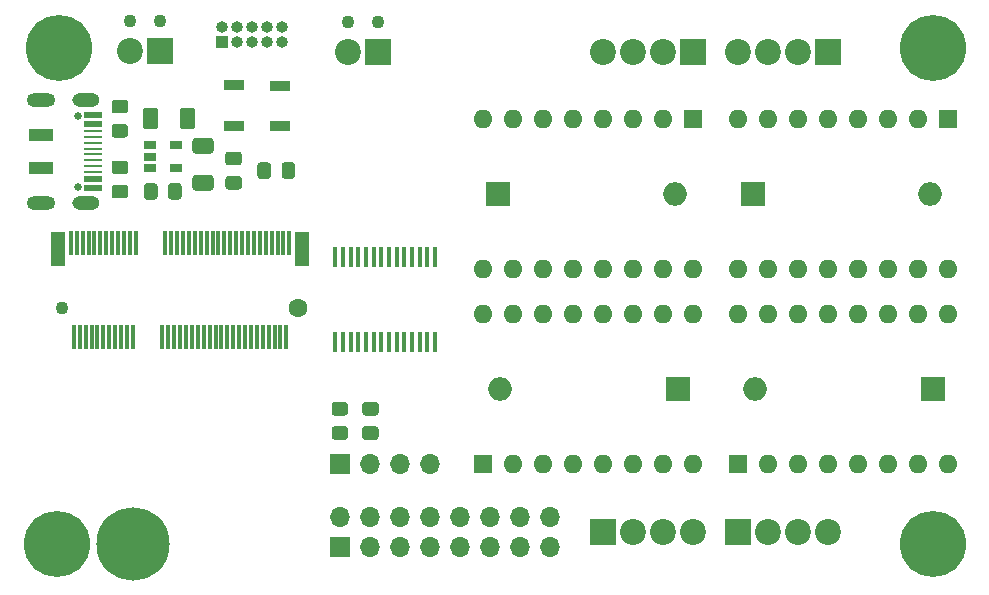
<source format=gbr>
G04 #@! TF.GenerationSoftware,KiCad,Pcbnew,(5.1.8)-1*
G04 #@! TF.CreationDate,2020-12-27T14:08:24+01:00*
G04 #@! TF.ProjectId,mmStep,6d6d5374-6570-42e6-9b69-6361645f7063,rev?*
G04 #@! TF.SameCoordinates,Original*
G04 #@! TF.FileFunction,Soldermask,Top*
G04 #@! TF.FilePolarity,Negative*
%FSLAX46Y46*%
G04 Gerber Fmt 4.6, Leading zero omitted, Abs format (unit mm)*
G04 Created by KiCad (PCBNEW (5.1.8)-1) date 2020-12-27 14:08:24*
%MOMM*%
%LPD*%
G01*
G04 APERTURE LIST*
%ADD10C,6.200000*%
%ADD11R,0.300000X2.000000*%
%ADD12R,1.200000X3.000000*%
%ADD13C,1.600000*%
%ADD14C,1.100000*%
%ADD15O,1.600000X1.600000*%
%ADD16R,1.600000X1.600000*%
%ADD17C,5.600000*%
%ADD18O,2.000000X2.000000*%
%ADD19R,2.000000X2.000000*%
%ADD20O,1.700000X1.700000*%
%ADD21R,1.700000X1.700000*%
%ADD22R,0.450000X1.750000*%
%ADD23C,2.200000*%
%ADD24R,2.200000X2.200000*%
%ADD25O,2.400000X1.200000*%
%ADD26O,2.316000X1.158000*%
%ADD27C,0.630000*%
%ADD28R,2.000000X1.000000*%
%ADD29C,0.600000*%
%ADD30R,1.500000X0.270000*%
%ADD31R,1.500000X0.520000*%
%ADD32R,1.700000X0.900000*%
%ADD33O,1.000000X1.000000*%
%ADD34R,1.000000X1.000000*%
%ADD35R,1.060000X0.650000*%
G04 APERTURE END LIST*
D10*
X9753600Y-45500000D03*
D11*
X8753600Y-27980000D03*
X8253600Y-27980000D03*
X7753600Y-27980000D03*
X7253600Y-27980000D03*
X9003600Y-20030000D03*
X8503600Y-20030000D03*
X8003600Y-20030000D03*
X7503600Y-20030000D03*
D12*
X24103600Y-20500000D03*
X3403600Y-20500000D03*
D11*
X23003600Y-20030000D03*
X22753600Y-27980000D03*
X22253600Y-27980000D03*
X21753600Y-27980000D03*
X21253600Y-27980000D03*
X20753600Y-27980000D03*
X20253600Y-27980000D03*
X19753600Y-27980000D03*
X19253600Y-27980000D03*
X18753600Y-27980000D03*
X18253600Y-27980000D03*
X17753600Y-27980000D03*
X17253600Y-27980000D03*
X16753600Y-27980000D03*
X16253600Y-27980000D03*
X15753600Y-27980000D03*
X15253600Y-27980000D03*
X14753600Y-27980000D03*
X14253600Y-27980000D03*
X13753600Y-27980000D03*
X13253600Y-27980000D03*
X12753600Y-27980000D03*
X12253600Y-27980000D03*
X9753600Y-27980000D03*
X9253600Y-27980000D03*
X6753600Y-27980000D03*
X6253600Y-27980000D03*
X5753600Y-27980000D03*
X5253600Y-27980000D03*
X4753600Y-27980000D03*
X22503600Y-20030000D03*
X22003600Y-20030000D03*
X21503600Y-20030000D03*
X21003600Y-20030000D03*
X20503600Y-20030000D03*
X20003600Y-20030000D03*
X19503600Y-20030000D03*
X19003600Y-20030000D03*
X18503600Y-20030000D03*
X18003600Y-20030000D03*
X17503600Y-20030000D03*
X17003600Y-20030000D03*
X16503600Y-20030000D03*
X16003600Y-20030000D03*
X15503600Y-20030000D03*
X15003600Y-20030000D03*
X14503600Y-20030000D03*
X14003600Y-20030000D03*
X13503600Y-20030000D03*
X13003600Y-20030000D03*
X12503600Y-20030000D03*
X10003600Y-20030000D03*
X9503600Y-20030000D03*
X7003600Y-20030000D03*
X6503600Y-20030000D03*
X6003600Y-20030000D03*
X5503600Y-20030000D03*
X5003600Y-20030000D03*
X4503600Y-20030000D03*
D13*
X23753600Y-25505000D03*
D14*
X3753600Y-25505000D03*
D15*
X57150000Y-22225000D03*
X39370000Y-9525000D03*
X54610000Y-22225000D03*
X41910000Y-9525000D03*
X52070000Y-22225000D03*
X44450000Y-9525000D03*
X49530000Y-22225000D03*
X46990000Y-9525000D03*
X46990000Y-22225000D03*
X49530000Y-9525000D03*
X44450000Y-22225000D03*
X52070000Y-9525000D03*
X41910000Y-22225000D03*
X54610000Y-9525000D03*
X39370000Y-22225000D03*
D16*
X57150000Y-9525000D03*
D15*
X78740000Y-22225000D03*
X60960000Y-9525000D03*
X76200000Y-22225000D03*
X63500000Y-9525000D03*
X73660000Y-22225000D03*
X66040000Y-9525000D03*
X71120000Y-22225000D03*
X68580000Y-9525000D03*
X68580000Y-22225000D03*
X71120000Y-9525000D03*
X66040000Y-22225000D03*
X73660000Y-9525000D03*
X63500000Y-22225000D03*
X76200000Y-9525000D03*
X60960000Y-22225000D03*
D16*
X78740000Y-9525000D03*
D15*
X39370000Y-26035000D03*
X57150000Y-38735000D03*
X41910000Y-26035000D03*
X54610000Y-38735000D03*
X44450000Y-26035000D03*
X52070000Y-38735000D03*
X46990000Y-26035000D03*
X49530000Y-38735000D03*
X49530000Y-26035000D03*
X46990000Y-38735000D03*
X52070000Y-26035000D03*
X44450000Y-38735000D03*
X54610000Y-26035000D03*
X41910000Y-38735000D03*
X57150000Y-26035000D03*
D16*
X39370000Y-38735000D03*
D15*
X60960000Y-26035000D03*
X78740000Y-38735000D03*
X63500000Y-26035000D03*
X76200000Y-38735000D03*
X66040000Y-26035000D03*
X73660000Y-38735000D03*
X68580000Y-26035000D03*
X71120000Y-38735000D03*
X71120000Y-26035000D03*
X68580000Y-38735000D03*
X73660000Y-26035000D03*
X66040000Y-38735000D03*
X76200000Y-26035000D03*
X63500000Y-38735000D03*
X78740000Y-26035000D03*
D16*
X60960000Y-38735000D03*
D17*
X77470000Y-45500000D03*
D18*
X55640000Y-15875000D03*
D19*
X40640000Y-15875000D03*
D18*
X77230000Y-15875000D03*
D19*
X62230000Y-15875000D03*
D18*
X62470000Y-32385000D03*
D19*
X77470000Y-32385000D03*
D18*
X40880000Y-32385000D03*
D19*
X55880000Y-32385000D03*
G36*
G01*
X27729601Y-34611000D02*
X26829599Y-34611000D01*
G75*
G02*
X26579600Y-34361001I0J249999D01*
G01*
X26579600Y-33710999D01*
G75*
G02*
X26829599Y-33461000I249999J0D01*
G01*
X27729601Y-33461000D01*
G75*
G02*
X27979600Y-33710999I0J-249999D01*
G01*
X27979600Y-34361001D01*
G75*
G02*
X27729601Y-34611000I-249999J0D01*
G01*
G37*
G36*
G01*
X27729601Y-36661000D02*
X26829599Y-36661000D01*
G75*
G02*
X26579600Y-36411001I0J249999D01*
G01*
X26579600Y-35760999D01*
G75*
G02*
X26829599Y-35511000I249999J0D01*
G01*
X27729601Y-35511000D01*
G75*
G02*
X27979600Y-35760999I0J-249999D01*
G01*
X27979600Y-36411001D01*
G75*
G02*
X27729601Y-36661000I-249999J0D01*
G01*
G37*
G36*
G01*
X30320401Y-34611000D02*
X29420399Y-34611000D01*
G75*
G02*
X29170400Y-34361001I0J249999D01*
G01*
X29170400Y-33710999D01*
G75*
G02*
X29420399Y-33461000I249999J0D01*
G01*
X30320401Y-33461000D01*
G75*
G02*
X30570400Y-33710999I0J-249999D01*
G01*
X30570400Y-34361001D01*
G75*
G02*
X30320401Y-34611000I-249999J0D01*
G01*
G37*
G36*
G01*
X30320401Y-36661000D02*
X29420399Y-36661000D01*
G75*
G02*
X29170400Y-36411001I0J249999D01*
G01*
X29170400Y-35760999D01*
G75*
G02*
X29420399Y-35511000I249999J0D01*
G01*
X30320401Y-35511000D01*
G75*
G02*
X30570400Y-35760999I0J-249999D01*
G01*
X30570400Y-36411001D01*
G75*
G02*
X30320401Y-36661000I-249999J0D01*
G01*
G37*
D20*
X34925000Y-38735000D03*
X32385000Y-38735000D03*
X29845000Y-38735000D03*
D21*
X27305000Y-38735000D03*
D20*
X45085000Y-43180000D03*
X45085000Y-45720000D03*
X42545000Y-43180000D03*
X42545000Y-45720000D03*
X40005000Y-43180000D03*
X40005000Y-45720000D03*
X37465000Y-43180000D03*
X37465000Y-45720000D03*
X34925000Y-43180000D03*
X34925000Y-45720000D03*
X32385000Y-43180000D03*
X32385000Y-45720000D03*
X29845000Y-43180000D03*
X29845000Y-45720000D03*
X27305000Y-43180000D03*
D21*
X27305000Y-45720000D03*
D22*
X26890000Y-21165000D03*
X27540000Y-21165000D03*
X28190000Y-21165000D03*
X28840000Y-21165000D03*
X29490000Y-21165000D03*
X30140000Y-21165000D03*
X30790000Y-21165000D03*
X31440000Y-21165000D03*
X32090000Y-21165000D03*
X32740000Y-21165000D03*
X33390000Y-21165000D03*
X34040000Y-21165000D03*
X34690000Y-21165000D03*
X35340000Y-21165000D03*
X35340000Y-28365000D03*
X34690000Y-28365000D03*
X34040000Y-28365000D03*
X33390000Y-28365000D03*
X32740000Y-28365000D03*
X32090000Y-28365000D03*
X31440000Y-28365000D03*
X30790000Y-28365000D03*
X30140000Y-28365000D03*
X29490000Y-28365000D03*
X28840000Y-28365000D03*
X28190000Y-28365000D03*
X27540000Y-28365000D03*
X26890000Y-28365000D03*
D14*
X27940000Y-1270000D03*
D23*
X27940000Y-3810000D03*
D14*
X30480000Y-1270000D03*
D24*
X30480000Y-3810000D03*
D23*
X60960000Y-3810000D03*
X63500000Y-3810000D03*
X66040000Y-3810000D03*
D24*
X68580000Y-3810000D03*
D23*
X49530000Y-3810000D03*
X52070000Y-3810000D03*
X54610000Y-3810000D03*
D24*
X57150000Y-3810000D03*
D23*
X57150000Y-44450000D03*
X54610000Y-44450000D03*
X52070000Y-44450000D03*
D24*
X49530000Y-44450000D03*
D23*
X68580000Y-44450000D03*
X66040000Y-44450000D03*
X63500000Y-44450000D03*
D24*
X60960000Y-44450000D03*
D25*
X2000000Y-16570000D03*
X2000000Y-7930000D03*
D26*
X5825000Y-16570000D03*
X5825000Y-7930000D03*
D27*
X5100000Y-9250000D03*
D28*
X2000000Y-13650000D03*
X2000000Y-10850000D03*
D27*
X5100000Y-15250000D03*
D29*
X5100000Y-15250000D03*
D30*
X6400000Y-13500000D03*
X6400000Y-13000000D03*
X6400000Y-12500000D03*
X6400000Y-12000000D03*
X6400000Y-11500000D03*
X6400000Y-11000000D03*
X6400000Y-14000000D03*
X6400000Y-10500000D03*
D31*
X6400000Y-14600000D03*
X6400000Y-9900000D03*
X6400000Y-15350000D03*
X6400000Y-9150000D03*
D17*
X3500000Y-3500000D03*
X77500000Y-3500000D03*
X3302000Y-45500000D03*
G36*
G01*
X17837999Y-14318400D02*
X18738001Y-14318400D01*
G75*
G02*
X18988000Y-14568399I0J-249999D01*
G01*
X18988000Y-15218401D01*
G75*
G02*
X18738001Y-15468400I-249999J0D01*
G01*
X17837999Y-15468400D01*
G75*
G02*
X17588000Y-15218401I0J249999D01*
G01*
X17588000Y-14568399D01*
G75*
G02*
X17837999Y-14318400I249999J0D01*
G01*
G37*
G36*
G01*
X17837999Y-12268400D02*
X18738001Y-12268400D01*
G75*
G02*
X18988000Y-12518399I0J-249999D01*
G01*
X18988000Y-13168401D01*
G75*
G02*
X18738001Y-13418400I-249999J0D01*
G01*
X17837999Y-13418400D01*
G75*
G02*
X17588000Y-13168401I0J249999D01*
G01*
X17588000Y-12518399D01*
G75*
G02*
X17837999Y-12268400I249999J0D01*
G01*
G37*
G36*
G01*
X21444800Y-13418399D02*
X21444800Y-14318401D01*
G75*
G02*
X21194801Y-14568400I-249999J0D01*
G01*
X20544799Y-14568400D01*
G75*
G02*
X20294800Y-14318401I0J249999D01*
G01*
X20294800Y-13418399D01*
G75*
G02*
X20544799Y-13168400I249999J0D01*
G01*
X21194801Y-13168400D01*
G75*
G02*
X21444800Y-13418399I0J-249999D01*
G01*
G37*
G36*
G01*
X23494800Y-13418399D02*
X23494800Y-14318401D01*
G75*
G02*
X23244801Y-14568400I-249999J0D01*
G01*
X22594799Y-14568400D01*
G75*
G02*
X22344800Y-14318401I0J249999D01*
G01*
X22344800Y-13418399D01*
G75*
G02*
X22594799Y-13168400I249999J0D01*
G01*
X23244801Y-13168400D01*
G75*
G02*
X23494800Y-13418399I0J-249999D01*
G01*
G37*
D32*
X22250400Y-6682000D03*
X22250400Y-10082000D03*
X18288000Y-6658400D03*
X18288000Y-10058400D03*
D33*
X22352000Y-1676400D03*
X22352000Y-2946400D03*
X21082000Y-1676400D03*
X21082000Y-2946400D03*
X19812000Y-1676400D03*
X19812000Y-2946400D03*
X18542000Y-1676400D03*
X18542000Y-2946400D03*
X17272000Y-1676400D03*
D34*
X17272000Y-2946400D03*
G36*
G01*
X9100001Y-9025000D02*
X8199999Y-9025000D01*
G75*
G02*
X7950000Y-8775001I0J249999D01*
G01*
X7950000Y-8124999D01*
G75*
G02*
X8199999Y-7875000I249999J0D01*
G01*
X9100001Y-7875000D01*
G75*
G02*
X9350000Y-8124999I0J-249999D01*
G01*
X9350000Y-8775001D01*
G75*
G02*
X9100001Y-9025000I-249999J0D01*
G01*
G37*
G36*
G01*
X9100001Y-11075000D02*
X8199999Y-11075000D01*
G75*
G02*
X7950000Y-10825001I0J249999D01*
G01*
X7950000Y-10174999D01*
G75*
G02*
X8199999Y-9925000I249999J0D01*
G01*
X9100001Y-9925000D01*
G75*
G02*
X9350000Y-10174999I0J-249999D01*
G01*
X9350000Y-10825001D01*
G75*
G02*
X9100001Y-11075000I-249999J0D01*
G01*
G37*
G36*
G01*
X8199999Y-15071400D02*
X9100001Y-15071400D01*
G75*
G02*
X9350000Y-15321399I0J-249999D01*
G01*
X9350000Y-15971401D01*
G75*
G02*
X9100001Y-16221400I-249999J0D01*
G01*
X8199999Y-16221400D01*
G75*
G02*
X7950000Y-15971401I0J249999D01*
G01*
X7950000Y-15321399D01*
G75*
G02*
X8199999Y-15071400I249999J0D01*
G01*
G37*
G36*
G01*
X8199999Y-13021400D02*
X9100001Y-13021400D01*
G75*
G02*
X9350000Y-13271399I0J-249999D01*
G01*
X9350000Y-13921401D01*
G75*
G02*
X9100001Y-14171400I-249999J0D01*
G01*
X8199999Y-14171400D01*
G75*
G02*
X7950000Y-13921401I0J249999D01*
G01*
X7950000Y-13271399D01*
G75*
G02*
X8199999Y-13021400I249999J0D01*
G01*
G37*
D14*
X9550400Y-1168400D03*
D23*
X9550400Y-3708400D03*
D14*
X12090400Y-1168400D03*
D24*
X12090400Y-3708400D03*
D35*
X13444400Y-11734000D03*
X13444400Y-13634000D03*
X11244400Y-13634000D03*
X11244400Y-12684000D03*
X11244400Y-11734000D03*
G36*
G01*
X15047198Y-14244400D02*
X16347202Y-14244400D01*
G75*
G02*
X16597200Y-14494398I0J-249998D01*
G01*
X16597200Y-15319402D01*
G75*
G02*
X16347202Y-15569400I-249998J0D01*
G01*
X15047198Y-15569400D01*
G75*
G02*
X14797200Y-15319402I0J249998D01*
G01*
X14797200Y-14494398D01*
G75*
G02*
X15047198Y-14244400I249998J0D01*
G01*
G37*
G36*
G01*
X15047198Y-11119400D02*
X16347202Y-11119400D01*
G75*
G02*
X16597200Y-11369398I0J-249998D01*
G01*
X16597200Y-12194402D01*
G75*
G02*
X16347202Y-12444400I-249998J0D01*
G01*
X15047198Y-12444400D01*
G75*
G02*
X14797200Y-12194402I0J249998D01*
G01*
X14797200Y-11369398D01*
G75*
G02*
X15047198Y-11119400I249998J0D01*
G01*
G37*
G36*
G01*
X11843600Y-15180399D02*
X11843600Y-16080401D01*
G75*
G02*
X11593601Y-16330400I-249999J0D01*
G01*
X10943599Y-16330400D01*
G75*
G02*
X10693600Y-16080401I0J249999D01*
G01*
X10693600Y-15180399D01*
G75*
G02*
X10943599Y-14930400I249999J0D01*
G01*
X11593601Y-14930400D01*
G75*
G02*
X11843600Y-15180399I0J-249999D01*
G01*
G37*
G36*
G01*
X13893600Y-15180399D02*
X13893600Y-16080401D01*
G75*
G02*
X13643601Y-16330400I-249999J0D01*
G01*
X12993599Y-16330400D01*
G75*
G02*
X12743600Y-16080401I0J249999D01*
G01*
X12743600Y-15180399D01*
G75*
G02*
X12993599Y-14930400I249999J0D01*
G01*
X13643601Y-14930400D01*
G75*
G02*
X13893600Y-15180399I0J-249999D01*
G01*
G37*
G36*
G01*
X13713900Y-10098802D02*
X13713900Y-8798798D01*
G75*
G02*
X13963898Y-8548800I249998J0D01*
G01*
X14788902Y-8548800D01*
G75*
G02*
X15038900Y-8798798I0J-249998D01*
G01*
X15038900Y-10098802D01*
G75*
G02*
X14788902Y-10348800I-249998J0D01*
G01*
X13963898Y-10348800D01*
G75*
G02*
X13713900Y-10098802I0J249998D01*
G01*
G37*
G36*
G01*
X10588900Y-10098802D02*
X10588900Y-8798798D01*
G75*
G02*
X10838898Y-8548800I249998J0D01*
G01*
X11663902Y-8548800D01*
G75*
G02*
X11913900Y-8798798I0J-249998D01*
G01*
X11913900Y-10098802D01*
G75*
G02*
X11663902Y-10348800I-249998J0D01*
G01*
X10838898Y-10348800D01*
G75*
G02*
X10588900Y-10098802I0J249998D01*
G01*
G37*
M02*

</source>
